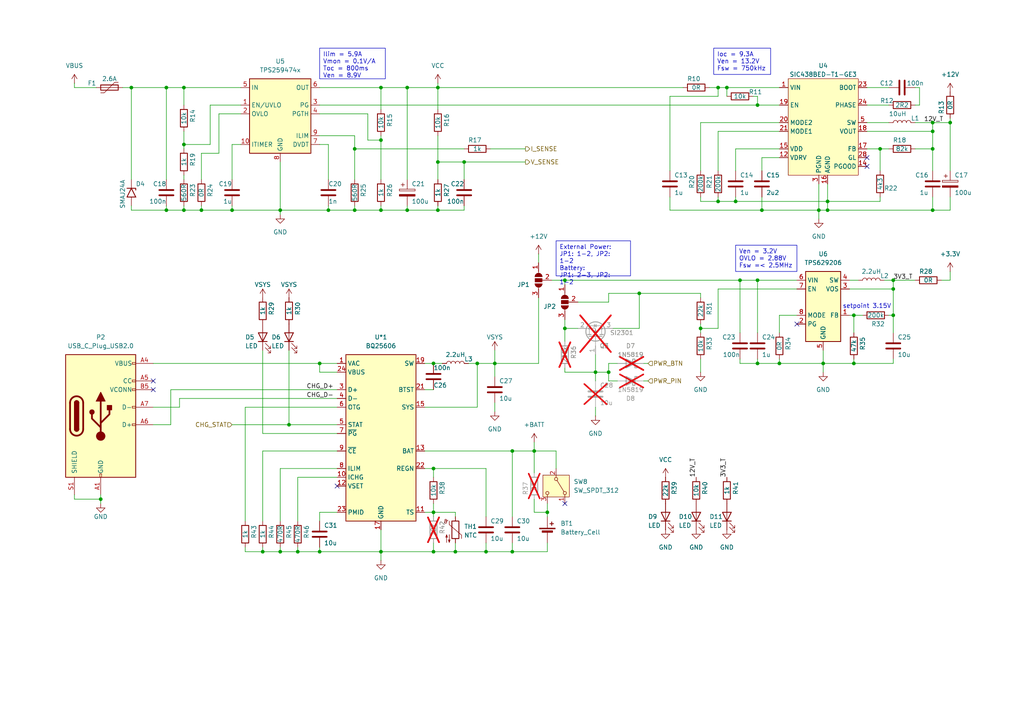
<source format=kicad_sch>
(kicad_sch (version 20231120) (generator "eeschema") (generator_version "8.0")
  (paper "A4")
  (title_block (title "Power Supply") (date "2024-12-28") (rev "00") (company "Ravenspark") (comment 1 "Prototype"))
  (junction (at 92.71 160.02))
  (junction (at 48.26 25.4))
  (junction (at 53.34 60.96))
  (junction (at 58.42 60.96))
  (junction (at 110.49 60.96))
  (junction (at 53.34 41.91))
  (junction (at 158.75 148.59))
  (junction (at 81.28 160.02))
  (junction (at 270.51 35.56))
  (junction (at 81.28 60.96))
  (junction (at 29.21 144.78))
  (junction (at 172.72 107.95))
  (junction (at 138.43 105.41))
  (junction (at 134.62 46.99))
  (junction (at 208.28 58.42))
  (junction (at 259.08 91.44))
  (junction (at 140.97 160.02))
  (junction (at 237.49 60.96))
  (junction (at 219.71 81.28))
  (junction (at 208.28 25.4))
  (junction (at 214.63 81.28))
  (junction (at 270.51 38.1))
  (junction (at 275.59 35.56))
  (junction (at 125.73 160.02))
  (junction (at 127 60.96))
  (junction (at 48.26 60.96))
  (junction (at 76.2 160.02))
  (junction (at 226.06 105.41))
  (junction (at 118.11 25.4))
  (junction (at 154.94 130.81))
  (junction (at 127 25.4))
  (junction (at 213.36 58.42))
  (junction (at 259.08 81.28))
  (junction (at 92.71 105.41))
  (junction (at 118.11 60.96))
  (junction (at 125.73 148.59))
  (junction (at 185.42 85.09))
  (junction (at 247.65 105.41))
  (junction (at 220.98 60.96))
  (junction (at 270.51 60.96))
  (junction (at 270.51 43.18))
  (junction (at 132.08 160.02))
  (junction (at 53.34 25.4))
  (junction (at 110.49 25.4))
  (junction (at 125.73 135.89))
  (junction (at 102.87 43.18))
  (junction (at 86.36 160.02))
  (junction (at 163.83 95.25))
  (junction (at 110.49 40.64))
  (junction (at 259.08 83.82))
  (junction (at 95.25 60.96))
  (junction (at 125.73 105.41))
  (junction (at 247.65 91.44))
  (junction (at 83.82 123.19))
  (junction (at 240.03 60.96))
  (junction (at 38.1 25.4))
  (junction (at 219.71 30.48))
  (junction (at 148.59 130.81))
  (junction (at 210.82 25.4))
  (junction (at 203.2 95.25))
  (junction (at 110.49 160.02))
  (junction (at 176.53 107.95))
  (junction (at 238.76 105.41))
  (junction (at 255.27 43.18))
  (junction (at 127 46.99))
  (junction (at 163.83 81.28))
  (junction (at 67.31 60.96))
  (junction (at 102.87 60.96))
  (junction (at 148.59 160.02))
  (junction (at 143.51 105.41))
  (junction (at 240.03 58.42))
  (junction (at 219.71 105.41))
  (no_connect (at 97.79 140.97))
  (no_connect (at 163.83 146.05))
  (no_connect (at 251.46 45.72))
  (no_connect (at 231.14 93.98))
  (no_connect (at 44.45 110.49))
  (no_connect (at 44.45 113.03))
  (no_connect (at 251.46 48.26))
  (wire (pts (xy 132.08 157.48) (xy 132.08 160.02)))
  (wire (pts (xy 118.11 52.07) (xy 118.11 25.4)))
  (wire (pts (xy 110.49 39.37) (xy 110.49 40.64)))
  (wire (pts (xy 214.63 104.14) (xy 214.63 105.41)))
  (wire (pts (xy 240.03 58.42) (xy 255.27 58.42)))
  (wire (pts (xy 92.71 148.59) (xy 92.71 151.13)))
  (wire (pts (xy 125.73 135.89) (xy 140.97 135.89)))
  (wire (pts (xy 95.25 52.07) (xy 95.25 41.91)))
  (wire (pts (xy 69.85 30.48) (xy 60.96 30.48)))
  (wire (pts (xy 186.69 110.49) (xy 187.96 110.49)))
  (wire (pts (xy 163.83 107.95) (xy 172.72 107.95)))
  (wire (pts (xy 125.73 148.59) (xy 125.73 149.86)))
  (wire (pts (xy 172.72 102.87) (xy 172.72 107.95)))
  (wire (pts (xy 220.98 57.15) (xy 220.98 60.96)))
  (wire (pts (xy 265.43 30.48) (xy 266.7 30.48)))
  (wire (pts (xy 275.59 57.15) (xy 275.59 60.96)))
  (wire (pts (xy 161.29 135.89) (xy 161.29 130.81)))
  (wire (pts (xy 179.07 110.49) (xy 176.53 110.49)))
  (wire (pts (xy 179.07 105.41) (xy 176.53 105.41)))
  (wire (pts (xy 251.46 30.48) (xy 257.81 30.48)))
  (wire (pts (xy 194.31 57.15) (xy 194.31 60.96)))
  (wire (pts (xy 76.2 125.73) (xy 76.2 101.6)))
  (wire (pts (xy 154.94 130.81) (xy 161.29 130.81)))
  (wire (pts (xy 132.08 149.86) (xy 132.08 148.59)))
  (wire (pts (xy 194.31 27.94) (xy 194.31 49.53)))
  (wire (pts (xy 259.08 81.28) (xy 265.43 81.28)))
  (wire (pts (xy 158.75 149.86) (xy 158.75 148.59)))
  (wire (pts (xy 106.68 33.02) (xy 106.68 40.64)))
  (wire (pts (xy 110.49 60.96) (xy 102.87 60.96)))
  (wire (pts (xy 127 39.37) (xy 127 46.99)))
  (wire (pts (xy 219.71 27.94) (xy 218.44 27.94)))
  (wire (pts (xy 142.24 43.18) (xy 152.4 43.18)))
  (wire (pts (xy 123.19 130.81) (xy 148.59 130.81)))
  (wire (pts (xy 247.65 91.44) (xy 250.19 91.44)))
  (wire (pts (xy 210.82 27.94) (xy 210.82 25.4)))
  (wire (pts (xy 118.11 60.96) (xy 127 60.96)))
  (wire (pts (xy 259.08 83.82) (xy 259.08 91.44)))
  (wire (pts (xy 163.83 81.28) (xy 214.63 81.28)))
  (wire (pts (xy 83.82 101.6) (xy 83.82 123.19)))
  (wire (pts (xy 81.28 158.75) (xy 81.28 160.02)))
  (wire (pts (xy 49.53 113.03) (xy 49.53 123.19)))
  (wire (pts (xy 219.71 104.14) (xy 219.71 105.41)))
  (wire (pts (xy 194.31 60.96) (xy 220.98 60.96)))
  (wire (pts (xy 259.08 81.28) (xy 256.54 81.28)))
  (wire (pts (xy 220.98 45.72) (xy 220.98 49.53)))
  (wire (pts (xy 237.49 60.96) (xy 237.49 63.5)))
  (wire (pts (xy 38.1 25.4) (xy 48.26 25.4)))
  (wire (pts (xy 76.2 130.81) (xy 97.79 130.81)))
  (wire (pts (xy 273.05 81.28) (xy 275.59 81.28)))
  (wire (pts (xy 92.71 107.95) (xy 92.71 105.41)))
  (wire (pts (xy 154.94 144.78) (xy 154.94 148.59)))
  (wire (pts (xy 81.28 60.96) (xy 81.28 62.23)))
  (wire (pts (xy 118.11 59.69) (xy 118.11 60.96)))
  (wire (pts (xy 63.5 33.02) (xy 63.5 44.45)))
  (wire (pts (xy 176.53 110.49) (xy 176.53 107.95)))
  (wire (pts (xy 231.14 81.28) (xy 219.71 81.28)))
  (wire (pts (xy 110.49 160.02) (xy 110.49 162.56)))
  (wire (pts (xy 140.97 160.02) (xy 148.59 160.02)))
  (wire (pts (xy 259.08 104.14) (xy 259.08 105.41)))
  (wire (pts (xy 67.31 41.91) (xy 67.31 52.07)))
  (wire (pts (xy 123.19 105.41) (xy 125.73 105.41)))
  (wire (pts (xy 255.27 57.15) (xy 255.27 58.42)))
  (wire (pts (xy 118.11 25.4) (xy 127 25.4)))
  (wire (pts (xy 226.06 43.18) (xy 213.36 43.18)))
  (wire (pts (xy 97.79 113.03) (xy 49.53 113.03)))
  (wire (pts (xy 208.28 38.1) (xy 226.06 38.1)))
  (wire (pts (xy 81.28 135.89) (xy 81.28 151.13)))
  (wire (pts (xy 226.06 96.52) (xy 226.06 91.44)))
  (wire (pts (xy 92.71 30.48) (xy 219.71 30.48)))
  (wire (pts (xy 219.71 105.41) (xy 226.06 105.41)))
  (wire (pts (xy 110.49 160.02) (xy 125.73 160.02)))
  (wire (pts (xy 247.65 91.44) (xy 247.65 96.52)))
  (wire (pts (xy 29.21 144.78) (xy 29.21 146.05)))
  (wire (pts (xy 44.45 105.41) (xy 92.71 105.41)))
  (wire (pts (xy 203.2 35.56) (xy 203.2 49.53)))
  (wire (pts (xy 163.83 81.28) (xy 163.83 82.55)))
  (wire (pts (xy 143.51 116.84) (xy 143.51 119.38)))
  (wire (pts (xy 219.71 30.48) (xy 226.06 30.48)))
  (wire (pts (xy 21.59 144.78) (xy 29.21 144.78)))
  (wire (pts (xy 127 24.13) (xy 127 25.4)))
  (wire (pts (xy 123.19 118.11) (xy 138.43 118.11)))
  (wire (pts (xy 140.97 135.89) (xy 140.97 149.86)))
  (wire (pts (xy 163.83 106.68) (xy 163.83 107.95)))
  (wire (pts (xy 95.25 41.91) (xy 92.71 41.91)))
  (wire (pts (xy 270.51 35.56) (xy 265.43 35.56)))
  (wire (pts (xy 125.73 146.05) (xy 125.73 148.59)))
  (wire (pts (xy 125.73 135.89) (xy 125.73 138.43)))
  (wire (pts (xy 203.2 95.25) (xy 208.28 95.25)))
  (wire (pts (xy 71.12 158.75) (xy 71.12 160.02)))
  (wire (pts (xy 251.46 38.1) (xy 270.51 38.1)))
  (wire (pts (xy 86.36 160.02) (xy 92.71 160.02)))
  (wire (pts (xy 167.64 87.63) (xy 176.53 87.63)))
  (wire (pts (xy 76.2 151.13) (xy 76.2 130.81)))
  (wire (pts (xy 69.85 41.91) (xy 67.31 41.91)))
  (wire (pts (xy 138.43 105.41) (xy 135.89 105.41)))
  (wire (pts (xy 60.96 30.48) (xy 60.96 41.91)))
  (wire (pts (xy 38.1 59.69) (xy 38.1 60.96)))
  (wire (pts (xy 140.97 157.48) (xy 140.97 160.02)))
  (wire (pts (xy 127 46.99) (xy 134.62 46.99)))
  (wire (pts (xy 210.82 25.4) (xy 226.06 25.4)))
  (wire (pts (xy 102.87 39.37) (xy 102.87 43.18)))
  (wire (pts (xy 185.42 85.09) (xy 203.2 85.09)))
  (wire (pts (xy 194.31 27.94) (xy 208.28 27.94)))
  (wire (pts (xy 208.28 49.53) (xy 208.28 38.1)))
  (wire (pts (xy 213.36 57.15) (xy 213.36 58.42)))
  (wire (pts (xy 208.28 58.42) (xy 213.36 58.42)))
  (wire (pts (xy 53.34 59.69) (xy 53.34 60.96)))
  (wire (pts (xy 67.31 60.96) (xy 81.28 60.96)))
  (wire (pts (xy 52.07 118.11) (xy 52.07 115.57)))
  (wire (pts (xy 238.76 101.6) (xy 238.76 105.41)))
  (wire (pts (xy 265.43 43.18) (xy 270.51 43.18)))
  (wire (pts (xy 44.45 118.11) (xy 52.07 118.11)))
  (wire (pts (xy 83.82 123.19) (xy 97.79 123.19)))
  (wire (pts (xy 110.49 25.4) (xy 110.49 31.75)))
  (wire (pts (xy 270.51 43.18) (xy 270.51 38.1)))
  (wire (pts (xy 156.21 73.66) (xy 156.21 76.2)))
  (wire (pts (xy 154.94 148.59) (xy 158.75 148.59)))
  (wire (pts (xy 208.28 25.4) (xy 210.82 25.4)))
  (wire (pts (xy 203.2 93.98) (xy 203.2 95.25)))
  (wire (pts (xy 127 25.4) (xy 127 31.75)))
  (wire (pts (xy 176.53 85.09) (xy 185.42 85.09)))
  (wire (pts (xy 92.71 160.02) (xy 92.71 158.75)))
  (wire (pts (xy 203.2 107.95) (xy 203.2 104.14)))
  (wire (pts (xy 102.87 43.18) (xy 134.62 43.18)))
  (wire (pts (xy 226.06 105.41) (xy 238.76 105.41)))
  (wire (pts (xy 186.69 105.41) (xy 187.96 105.41)))
  (wire (pts (xy 177.8 95.25) (xy 185.42 95.25)))
  (wire (pts (xy 237.49 53.34) (xy 237.49 60.96)))
  (wire (pts (xy 48.26 59.69) (xy 48.26 60.96)))
  (wire (pts (xy 63.5 44.45) (xy 58.42 44.45)))
  (wire (pts (xy 53.34 41.91) (xy 53.34 38.1)))
  (wire (pts (xy 81.28 160.02) (xy 86.36 160.02)))
  (wire (pts (xy 213.36 58.42) (xy 240.03 58.42)))
  (wire (pts (xy 110.49 153.67) (xy 110.49 160.02)))
  (wire (pts (xy 226.06 35.56) (xy 203.2 35.56)))
  (wire (pts (xy 160.02 81.28) (xy 163.83 81.28)))
  (wire (pts (xy 213.36 43.18) (xy 213.36 49.53)))
  (wire (pts (xy 240.03 58.42) (xy 240.03 60.96)))
  (wire (pts (xy 118.11 25.4) (xy 110.49 25.4)))
  (wire (pts (xy 125.73 105.41) (xy 128.27 105.41)))
  (wire (pts (xy 163.83 95.25) (xy 163.83 99.06)))
  (wire (pts (xy 214.63 81.28) (xy 219.71 81.28)))
  (wire (pts (xy 123.19 113.03) (xy 125.73 113.03)))
  (wire (pts (xy 214.63 105.41) (xy 219.71 105.41)))
  (wire (pts (xy 226.06 45.72) (xy 220.98 45.72)))
  (wire (pts (xy 265.43 25.4) (xy 266.7 25.4)))
  (wire (pts (xy 148.59 130.81) (xy 154.94 130.81)))
  (wire (pts (xy 102.87 60.96) (xy 102.87 59.69)))
  (wire (pts (xy 71.12 151.13) (xy 71.12 118.11)))
  (wire (pts (xy 125.73 148.59) (xy 132.08 148.59)))
  (wire (pts (xy 53.34 43.18) (xy 53.34 41.91)))
  (wire (pts (xy 203.2 85.09) (xy 203.2 86.36)))
  (wire (pts (xy 48.26 25.4) (xy 48.26 52.07)))
  (wire (pts (xy 219.71 81.28) (xy 219.71 96.52)))
  (wire (pts (xy 163.83 95.25) (xy 167.64 95.25)))
  (wire (pts (xy 238.76 105.41) (xy 247.65 105.41)))
  (wire (pts (xy 255.27 43.18) (xy 257.81 43.18)))
  (wire (pts (xy 52.07 115.57) (xy 97.79 115.57)))
  (wire (pts (xy 134.62 59.69) (xy 134.62 60.96)))
  (wire (pts (xy 127 46.99) (xy 127 52.07)))
  (wire (pts (xy 148.59 157.48) (xy 148.59 160.02)))
  (wire (pts (xy 125.73 157.48) (xy 125.73 160.02)))
  (wire (pts (xy 270.51 35.56) (xy 275.59 35.56)))
  (wire (pts (xy 251.46 35.56) (xy 257.81 35.56)))
  (wire (pts (xy 35.56 25.4) (xy 38.1 25.4)))
  (wire (pts (xy 251.46 25.4) (xy 257.81 25.4)))
  (wire (pts (xy 270.51 49.53) (xy 270.51 43.18)))
  (wire (pts (xy 208.28 83.82) (xy 208.28 95.25)))
  (wire (pts (xy 132.08 160.02) (xy 140.97 160.02)))
  (wire (pts (xy 208.28 57.15) (xy 208.28 58.42)))
  (wire (pts (xy 58.42 59.69) (xy 58.42 60.96)))
  (wire (pts (xy 67.31 123.19) (xy 83.82 123.19)))
  (wire (pts (xy 69.85 33.02) (xy 63.5 33.02)))
  (wire (pts (xy 247.65 104.14) (xy 247.65 105.41)))
  (wire (pts (xy 156.21 86.36) (xy 156.21 105.41)))
  (wire (pts (xy 71.12 118.11) (xy 97.79 118.11)))
  (wire (pts (xy 259.08 81.28) (xy 259.08 83.82)))
  (wire (pts (xy 275.59 49.53) (xy 275.59 35.56)))
  (wire (pts (xy 29.21 143.51) (xy 29.21 144.78)))
  (wire (pts (xy 154.94 130.81) (xy 154.94 137.16)))
  (wire (pts (xy 92.71 105.41) (xy 97.79 105.41)))
  (wire (pts (xy 127 25.4) (xy 198.12 25.4)))
  (wire (pts (xy 92.71 33.02) (xy 106.68 33.02)))
  (wire (pts (xy 48.26 25.4) (xy 53.34 25.4)))
  (wire (pts (xy 246.38 83.82) (xy 259.08 83.82)))
  (wire (pts (xy 176.53 87.63) (xy 176.53 85.09)))
  (wire (pts (xy 203.2 95.25) (xy 203.2 96.52)))
  (wire (pts (xy 275.59 81.28) (xy 275.59 78.74)))
  (wire (pts (xy 134.62 60.96) (xy 127 60.96)))
  (wire (pts (xy 95.25 59.69) (xy 95.25 60.96)))
  (wire (pts (xy 38.1 60.96) (xy 48.26 60.96)))
  (wire (pts (xy 246.38 91.44) (xy 247.65 91.44)))
  (wire (pts (xy 110.49 25.4) (xy 92.71 25.4)))
  (wire (pts (xy 208.28 27.94) (xy 208.28 25.4)))
  (wire (pts (xy 97.79 125.73) (xy 76.2 125.73)))
  (wire (pts (xy 143.51 105.41) (xy 138.43 105.41)))
  (wire (pts (xy 102.87 43.18) (xy 102.87 52.07)))
  (wire (pts (xy 95.25 60.96) (xy 102.87 60.96)))
  (wire (pts (xy 53.34 25.4) (xy 69.85 25.4)))
  (wire (pts (xy 134.62 46.99) (xy 152.4 46.99)))
  (wire (pts (xy 110.49 59.69) (xy 110.49 60.96)))
  (wire (pts (xy 38.1 25.4) (xy 38.1 52.07)))
  (wire (pts (xy 138.43 118.11) (xy 138.43 105.41)))
  (wire (pts (xy 21.59 25.4) (xy 27.94 25.4)))
  (wire (pts (xy 172.72 107.95) (xy 172.72 110.49)))
  (wire (pts (xy 123.19 135.89) (xy 125.73 135.89)))
  (wire (pts (xy 176.53 107.95) (xy 172.72 107.95)))
  (wire (pts (xy 203.2 57.15) (xy 203.2 58.42)))
  (wire (pts (xy 21.59 24.13) (xy 21.59 25.4)))
  (wire (pts (xy 81.28 46.99) (xy 81.28 60.96)))
  (wire (pts (xy 106.68 40.64) (xy 110.49 40.64)))
  (wire (pts (xy 255.27 43.18) (xy 255.27 49.53)))
  (wire (pts (xy 21.59 143.51) (xy 21.59 144.78)))
  (wire (pts (xy 71.12 160.02) (xy 76.2 160.02)))
  (wire (pts (xy 123.19 148.59) (xy 125.73 148.59)))
  (wire (pts (xy 158.75 148.59) (xy 158.75 146.05)))
  (wire (pts (xy 246.38 81.28) (xy 248.92 81.28)))
  (wire (pts (xy 143.51 105.41) (xy 156.21 105.41)))
  (wire (pts (xy 58.42 60.96) (xy 67.31 60.96)))
  (wire (pts (xy 220.98 60.96) (xy 237.49 60.96)))
  (wire (pts (xy 266.7 30.48) (xy 266.7 25.4)))
  (wire (pts (xy 257.81 91.44) (xy 259.08 91.44)))
  (wire (pts (xy 259.08 91.44) (xy 259.08 96.52)))
  (wire (pts (xy 270.51 60.96) (xy 240.03 60.96)))
  (wire (pts (xy 270.51 38.1) (xy 270.51 35.56)))
  (wire (pts (xy 110.49 160.02) (xy 92.71 160.02)))
  (wire (pts (xy 270.51 57.15) (xy 270.51 60.96)))
  (wire (pts (xy 148.59 149.86) (xy 148.59 130.81)))
  (wire (pts (xy 203.2 58.42) (xy 208.28 58.42)))
  (wire (pts (xy 110.49 40.64) (xy 110.49 52.07)))
  (wire (pts (xy 275.59 34.29) (xy 275.59 35.56)))
  (wire (pts (xy 118.11 60.96) (xy 110.49 60.96)))
  (wire (pts (xy 97.79 148.59) (xy 92.71 148.59)))
  (wire (pts (xy 97.79 135.89) (xy 81.28 135.89)))
  (wire (pts (xy 158.75 157.48) (xy 158.75 160.02)))
  (wire (pts (xy 219.71 30.48) (xy 219.71 27.94)))
  (wire (pts (xy 86.36 151.13) (xy 86.36 138.43)))
  (wire (pts (xy 92.71 39.37) (xy 102.87 39.37)))
  (wire (pts (xy 67.31 59.69) (xy 67.31 60.96)))
  (wire (pts (xy 185.42 85.09) (xy 185.42 95.25)))
  (wire (pts (xy 134.62 46.99) (xy 134.62 52.07)))
  (wire (pts (xy 143.51 101.6) (xy 143.51 105.41)))
  (wire (pts (xy 214.63 81.28) (xy 214.63 96.52)))
  (wire (pts (xy 143.51 109.22) (xy 143.51 105.41)))
  (wire (pts (xy 53.34 25.4) (xy 53.34 30.48)))
  (wire (pts (xy 205.74 25.4) (xy 208.28 25.4)))
  (wire (pts (xy 125.73 160.02) (xy 132.08 160.02)))
  (wire (pts (xy 208.28 83.82) (xy 231.14 83.82)))
  (wire (pts (xy 240.03 60.96) (xy 237.49 60.96)))
  (wire (pts (xy 76.2 158.75) (xy 76.2 160.02)))
  (wire (pts (xy 226.06 91.44) (xy 231.14 91.44)))
  (wire (pts (xy 247.65 105.41) (xy 259.08 105.41)))
  (wire (pts (xy 251.46 43.18) (xy 255.27 43.18)))
  (wire (pts (xy 86.36 158.75) (xy 86.36 160.02)))
  (wire (pts (xy 97.79 107.95) (xy 92.71 107.95)))
  (wire (pts (xy 53.34 41.91) (xy 60.96 41.91)))
  (wire (pts (xy 270.51 60.96) (xy 275.59 60.96)))
  (wire (pts (xy 86.36 138.43) (xy 97.79 138.43)))
  (wire (pts (xy 176.53 105.41) (xy 176.53 107.95)))
  (wire (pts (xy 53.34 52.07) (xy 53.34 50.8)))
  (wire (pts (xy 58.42 44.45) (xy 58.42 52.07)))
  (wire (pts (xy 240.03 53.34) (xy 240.03 58.42)))
  (wire (pts (xy 53.34 60.96) (xy 58.42 60.96)))
  (wire (pts (xy 158.75 160.02) (xy 148.59 160.02)))
  (wire (pts (xy 76.2 160.02) (xy 81.28 160.02)))
  (wire (pts (xy 48.26 60.96) (xy 53.34 60.96)))
  (wire (pts (xy 49.53 123.19) (xy 44.45 123.19)))
  (wire (pts (xy 163.83 92.71) (xy 163.83 95.25)))
  (wire (pts (xy 226.06 104.14) (xy 226.06 105.41)))
  (wire (pts (xy 238.76 105.41) (xy 238.76 107.95)))
  (wire (pts (xy 154.94 128.27) (xy 154.94 130.81)))
  (wire (pts (xy 127 59.69) (xy 127 60.96)))
  (wire (pts (xy 172.72 118.11) (xy 172.72 120.65)))
  (wire (pts (xy 81.28 60.96) (xy 95.25 60.96)))
  (text_box "Ilim = 5.9A\nVmon = 0.1V/A\nToc = 800ms\nVen = 8.9V" (at 92.71 13.97 0) (size 19.05 8.89) (effects (font (size 1.27 1.27)) (justify left top)))
  (text_box "Ven = 3.2V\nOVLO = 2.88V\nFsw =< 2.5MHz" (at 213.36 71.12 0) (size 17.78 7.62) (effects (font (size 1.27 1.27)) (justify left top)))
  (text_box "External Power:\nJP1: 1-2, JP2: 1-2\nBattery:\nJP1: 2-3, JP2: 1-2" (at 161.29 69.85 0) (size 21.59 10.16) (effects (font (size 1.27 1.27)) (justify left top)))
  (text_box "Ioc = 9.3A\nVen = 13.2V\nFsw = 750kHz" (at 207.01 13.97 0) (size 16.51 7.62) (effects (font (size 1.27 1.27)) (justify left top)))
  (text "setpoint 3.15V" (at 251.46 88.9 0) (effects (font (size 1.27 1.27))))
  (label "12V_T" (at 201.93 138.43 90))
  (label "3V3_T" (at 259.08 81.28 0))
  (label "3V3_T" (at 210.82 138.43 90))
  (label "CHG_D+" (at 88.9 113.03 0))
  (label "CHG_D-" (at 88.9 115.57 0))
  (label "12V_T" (at 267.97 35.56 0))
  (hierarchical_label "PWR_BTN" (shape input) (at 187.96 105.41 0))
  (hierarchical_label "CHG_STAT" (shape input) (at 67.31 123.19 180))
  (hierarchical_label "PWR_PIN" (shape input) (at 187.96 110.49 0))
  (hierarchical_label "I_SENSE" (shape output) (at 152.4 43.18 0))
  (hierarchical_label "V_SENSE" (shape output) (at 152.4 46.99 0))
  (symbol (lib_id "power:GND") (at 29.21 146.05 0) (mirror y) (unit 1)
    (property "Reference" "#PWR050" (effects (hide yes)))
    (property "Value" "GND" (at 29.21 149.86 0))
    (property "Description" "Power symbol creates a global label with name \"GND\" , ground" (effects (hide yes)))
  )
  (symbol (lib_id "Device:R") (at 58.42 55.88 0) (unit 1)
    (property "Reference" "R24" (at 60.96 57.15 90) (effects (justify left)))
    (property "Value" "0R" (at 58.42 55.88 90))
    (property "Footprint" "Resistor_SMD:R_0402_1005Metric" (effects (hide yes)))
    (property "Description" "Resistor" (effects (hide yes)))
  )
  (symbol (lib_id "Ravenspark:TPS629206") (at 238.76 88.9 0) (unit 1)
    (property "Reference" "U6" (at 238.76 73.66 0))
    (property "Value" "TPS629206" (at 238.76 76.2 0))
    (property "Footprint" "Package_TO_SOT_SMD:SOT-583-8" (effects (hide yes)))
    (property "Datasheet" "https://www.ti.com/de/lit/gpn/tps629206" (effects (hide yes)))
    (property "Description" "3-V to 17-V, 0.6A, Low IQ Buck Converter with DCS-Control, SOT583-8" (effects (hide yes)))
  )
  (symbol (lib_id "Jumper:SolderJumper_3_Open") (at 163.83 87.63 90) (mirror x) (unit 1) (exclude_from_sim yes) (in_bom no)
    (property "Reference" "JP2" (at 161.29 88.9001 90) (effects (justify left)))
    (property "Value" "SolderJumper_3_Open" (effects (hide yes)))
    (property "Footprint" "Jumper:SolderJumper-3_P1.3mm_Open_RoundedPad1.0x1.5mm_NumberLabels" (effects (hide yes)))
    (property "Description" "Solder Jumper, 3-pole, open" (effects (hide yes)))
  )
  (symbol (lib_id "Device:C") (at 220.98 53.34 0) (unit 1)
    (property "Reference" "C15" (at 222.25 50.8 0) (effects (justify left)))
    (property "Value" "2u2" (at 222.25 55.88 0) (effects (justify left)))
    (property "Footprint" "Capacitor_SMD:C_0603_1608Metric" (effects (hide yes)))
    (property "Description" "Unpolarized capacitor" (effects (hide yes)))
  )
  (symbol (lib_id "Device:C") (at 261.62 25.4 90) (unit 1)
    (property "Reference" "C12" (at 259.08 24.13 90) (effects (justify left)))
    (property "Value" "100n" (at 267.97 24.13 90) (effects (justify left)))
    (property "Footprint" "Capacitor_SMD:C_0402_1005Metric" (effects (hide yes)))
    (property "Description" "Unpolarized capacitor" (effects (hide yes)))
  )
  (symbol (lib_id "Device:R") (at 102.87 55.88 0) (unit 1)
    (property "Reference" "R25" (at 105.41 57.15 90) (effects (justify left)))
    (property "Value" "560R" (at 102.87 55.88 90))
    (property "Footprint" "Resistor_SMD:R_0402_1005Metric" (effects (hide yes)))
    (property "Description" "Resistor" (effects (hide yes)))
  )
  (symbol (lib_id "Device:C") (at 143.51 113.03 0) (unit 1)
    (property "Reference" "C27" (at 144.78 110.49 0) (effects (justify left)))
    (property "Value" "10u" (at 144.78 115.57 0) (effects (justify left)))
    (property "Footprint" "Capacitor_SMD:C_0603_1608Metric" (effects (hide yes)))
    (property "Description" "Unpolarized capacitor" (effects (hide yes)))
  )
  (symbol (lib_id "Device:R") (at 53.34 55.88 0) (unit 1)
    (property "Reference" "R23" (at 55.88 57.15 90) (effects (justify left)))
    (property "Value" "560R" (at 53.34 55.88 90))
    (property "Footprint" "Resistor_SMD:R_0402_1005Metric" (effects (hide yes)))
    (property "Description" "Resistor" (effects (hide yes)))
  )
  (symbol (lib_id "power:+3.3V") (at 275.59 78.74 0) (unit 1)
    (property "Reference" "#PWR040" (effects (hide yes)))
    (property "Value" "+3.3V" (at 275.59 73.66 0))
    (property "Description" "Power symbol creates a global label with name \"+3.3V\"" (effects (hide yes)))
  )
  (symbol (lib_id "Device:LED") (at 83.82 97.79 90) (unit 1)
    (property "Reference" "D6" (at 78.74 97.79 90) (effects (justify right)))
    (property "Value" "LED" (at 78.74 100.33 90) (effects (justify right)))
    (property "Footprint" "LED_SMD:LED_0603_1608Metric" (effects (hide yes)))
    (property "Description" "Light emitting diode" (effects (hide yes)))
  )
  (symbol (lib_id "Device:L") (at 252.73 81.28 90) (unit 1)
    (property "Reference" "L2" (at 256.54 80.01 90))
    (property "Value" "2.2uH" (at 252.73 78.74 90))
    (property "Footprint" "Inductor_SMD:L_1008_2520Metric" (effects (hide yes)))
    (property "Description" "Inductor" (effects (hide yes)))
  )
  (symbol (lib_id "Device:R") (at 125.73 142.24 0) (unit 1)
    (property "Reference" "R38" (at 128.27 143.51 90) (effects (justify left)))
    (property "Value" "10k" (at 125.73 142.24 90))
    (property "Footprint" "Resistor_SMD:R_0402_1005Metric" (effects (hide yes)))
    (property "Description" "Resistor" (effects (hide yes)))
  )
  (symbol (lib_id "Device:C") (at 140.97 153.67 0) (unit 1)
    (property "Reference" "C29" (at 142.24 151.13 0) (effects (justify left)))
    (property "Value" "10u" (at 142.24 156.21 0) (effects (justify left)))
    (property "Footprint" "Capacitor_SMD:C_0603_1608Metric" (effects (hide yes)))
    (property "Description" "Unpolarized capacitor" (effects (hide yes)))
  )
  (symbol (lib_id "Device:Thermistor_NTC") (at 132.08 153.67 0) (unit 1)
    (property "Reference" "TH1" (at 134.62 152.7174 0) (effects (justify left)))
    (property "Value" "NTC" (at 134.62 155.2574 0) (effects (justify left)))
    (property "Footprint" "Resistor_SMD:R_0402_1005Metric" (effects (hide yes)))
    (property "Description" "Temperature dependent resistor, negative temperature coefficient" (effects (hide yes)))
  )
  (symbol (lib_id "Device:R") (at 269.24 81.28 90) (unit 1)
    (property "Reference" "R28" (at 270.51 78.74 90) (effects (justify left)))
    (property "Value" "0R" (at 269.24 81.28 90))
    (property "Footprint" "Resistor_SMD:R_0805_2012Metric" (effects (hide yes)))
    (property "Description" "Resistor" (effects (hide yes)))
  )
  (symbol (lib_id "Device:C") (at 194.31 53.34 0) (unit 1)
    (property "Reference" "C13" (at 195.58 50.8 0) (effects (justify left)))
    (property "Value" "1u" (at 195.58 55.88 0) (effects (justify left)))
    (property "Footprint" "Capacitor_SMD:C_0805_2012Metric" (effects (hide yes)))
    (property "Description" "Unpolarized capacitor" (effects (hide yes)))
  )
  (symbol (lib_id "Device:R") (at 154.94 140.97 180) (unit 1) (dnp yes)
    (property "Reference" "R37" (at 152.4 139.7 90) (effects (justify left)))
    (property "Value" "0R" (at 154.94 140.97 90))
    (property "Footprint" "Resistor_SMD:R_0805_2012Metric" (effects (hide yes)))
    (property "Description" "Resistor" (effects (hide yes)))
  )
  (symbol (lib_id "Device:R") (at 214.63 27.94 270) (unit 1)
    (property "Reference" "R11" (at 217.17 26.67 90) (effects (justify left)))
    (property "Value" "10k" (at 214.63 27.94 90))
    (property "Footprint" "Resistor_SMD:R_0402_1005Metric" (effects (hide yes)))
    (property "Description" "Resistor" (effects (hide yes)))
  )
  (symbol (lib_id "Device:R") (at 255.27 53.34 180) (unit 1)
    (property "Reference" "R22" (at 260.35 54.61 0) (effects (justify left)))
    (property "Value" "4k3" (at 255.27 53.34 90))
    (property "Footprint" "Resistor_SMD:R_0603_1608Metric" (effects (hide yes)))
    (property "Description" "Resistor" (effects (hide yes)))
  )
  (symbol (lib_id "Device:C") (at 148.59 153.67 0) (unit 1)
    (property "Reference" "C30" (at 149.86 151.13 0) (effects (justify left)))
    (property "Value" "10u" (at 149.86 156.21 0) (effects (justify left)))
    (property "Footprint" "Capacitor_SMD:C_0603_1608Metric" (effects (hide yes)))
    (property "Description" "Unpolarized capacitor" (effects (hide yes)))
  )
  (symbol (lib_id "power:+12V") (at 156.21 73.66 0) (unit 1)
    (property "Reference" "#PWR039" (effects (hide yes)))
    (property "Value" "+12V" (at 156.21 68.58 0))
    (property "Description" "Power symbol creates a global label with name \"+12V\"" (effects (hide yes)))
  )
  (symbol (lib_id "Device:R") (at 208.28 53.34 180) (unit 1)
    (property "Reference" "R21" (at 205.74 50.8 90) (effects (justify left)))
    (property "Value" "200k" (at 208.28 53.34 90))
    (property "Footprint" "Resistor_SMD:R_0402_1005Metric" (effects (hide yes)))
    (property "Description" "Resistor" (effects (hide yes)))
  )
  (symbol (lib_id "power:GND") (at 210.82 153.67 0) (unit 1)
    (property "Reference" "#PWR053" (effects (hide yes)))
    (property "Value" "GND" (at 210.82 158.75 0))
    (property "Description" "Power symbol creates a global label with name \"GND\" , ground" (effects (hide yes)))
  )
  (symbol (lib_id "Device:R") (at 110.49 55.88 0) (unit 1)
    (property "Reference" "R26" (at 113.03 57.15 90) (effects (justify left)))
    (property "Value" "1k" (at 110.49 55.88 90))
    (property "Footprint" "Resistor_SMD:R_0402_1005Metric" (effects (hide yes)))
    (property "Description" "Resistor" (effects (hide yes)))
  )
  (symbol (lib_id "Device:C") (at 270.51 53.34 0) (unit 1)
    (property "Reference" "C16" (at 265.43 50.8 0) (effects (justify left)))
    (property "Value" "1u" (at 266.7 55.88 0) (effects (justify left)))
    (property "Footprint" "Capacitor_SMD:C_0805_2012Metric" (effects (hide yes)))
    (property "Description" "Unpolarized capacitor" (effects (hide yes)))
  )
  (symbol (lib_id "power:GND") (at 193.04 153.67 0) (unit 1)
    (property "Reference" "#PWR051" (effects (hide yes)))
    (property "Value" "GND" (at 193.04 158.75 0))
    (property "Description" "Power symbol creates a global label with name \"GND\" , ground" (effects (hide yes)))
  )
  (symbol (lib_id "Device:C") (at 92.71 154.94 0) (unit 1)
    (property "Reference" "C31" (at 93.98 152.4 0) (effects (justify left)))
    (property "Value" "10u" (at 93.98 157.48 0) (effects (justify left)))
    (property "Footprint" "Capacitor_SMD:C_0603_1608Metric" (effects (hide yes)))
    (property "Description" "Unpolarized capacitor" (effects (hide yes)))
  )
  (symbol (lib_id "Device:LED") (at 193.04 149.86 90) (unit 1)
    (property "Reference" "D9" (at 187.96 149.86 90) (effects (justify right)))
    (property "Value" "LED" (at 187.96 152.4 90) (effects (justify right)))
    (property "Footprint" "LED_SMD:LED_0603_1608Metric" (effects (hide yes)))
    (property "Description" "Light emitting diode" (effects (hide yes)))
  )
  (symbol (lib_id "Device:R") (at 125.73 153.67 0) (unit 1) (dnp yes)
    (property "Reference" "R42" (at 128.27 154.94 90) (effects (justify left)))
    (property "Value" "22k" (at 125.73 153.67 90))
    (property "Footprint" "Resistor_SMD:R_0402_1005Metric" (effects (hide yes)))
    (property "Description" "Resistor" (effects (hide yes)))
  )
  (symbol (lib_id "Device:C") (at 214.63 100.33 180) (unit 1)
    (property "Reference" "C23" (at 213.36 97.79 0) (effects (justify left)))
    (property "Value" "100n" (at 214.63 102.87 0) (effects (justify left)))
    (property "Footprint" "Capacitor_SMD:C_0402_1005Metric" (effects (hide yes)))
    (property "Description" "Unpolarized capacitor" (effects (hide yes)))
  )
  (symbol (lib_id "power:GND") (at 81.28 62.23 0) (unit 1)
    (property "Reference" "#PWR037" (effects (hide yes)))
    (property "Value" "GND" (at 81.28 67.31 0))
    (property "Description" "Power symbol creates a global label with name \"GND\" , ground" (effects (hide yes)))
  )
  (symbol (lib_id "Device:R") (at 83.82 90.17 0) (unit 1)
    (property "Reference" "R30" (at 86.36 91.44 90) (effects (justify left)))
    (property "Value" "1k" (at 83.82 90.17 90))
    (property "Footprint" "Resistor_SMD:R_0402_1005Metric" (effects (hide yes)))
    (property "Description" "Resistor" (effects (hide yes)))
  )
  (symbol (lib_id "Device:R") (at 53.34 34.29 0) (unit 1)
    (property "Reference" "R14" (at 55.88 35.56 90) (effects (justify left)))
    (property "Value" "10k" (at 53.34 34.29 90))
    (property "Footprint" "Resistor_SMD:R_0402_1005Metric" (effects (hide yes)))
    (property "Description" "Resistor" (effects (hide yes)))
  )
  (symbol (lib_id "Device:C") (at 95.25 55.88 0) (mirror x) (unit 1)
    (property "Reference" "C20" (at 95.25 53.34 0) (effects (justify left)))
    (property "Value" "1n" (at 95.25 58.42 0) (effects (justify left)))
    (property "Footprint" "Capacitor_SMD:C_0402_1005Metric" (effects (hide yes)))
    (property "Description" "Unpolarized capacitor" (effects (hide yes)))
  )
  (symbol (lib_id "Ravenspark:TPS259474x") (at 81.28 25.4 0) (unit 1)
    (property "Reference" "U5" (at 81.28 17.78 0))
    (property "Value" "TPS259474x" (at 81.28 20.32 0))
    (property "Footprint" "RVNSPRK_Packages:RPW0010A_VQFN-HR-10" (effects (hide yes)))
    (property "Datasheet" "https://www.ti.com/lit/gpn/tps25947" (effects (hide yes)))
    (property "Description" "24V eFuse Protection Switch (VQFN-10)" (effects (hide yes)))
  )
  (symbol (lib_id "Device:R") (at 226.06 100.33 0) (unit 1)
    (property "Reference" "R34" (at 228.6 101.6 90) (effects (justify left)))
    (property "Value" "0R" (at 226.06 100.33 90))
    (property "Footprint" "Resistor_SMD:R_0402_1005Metric" (effects (hide yes)))
    (property "Description" "Resistor" (effects (hide yes)))
  )
  (symbol (lib_id "Device:R") (at 275.59 30.48 180) (unit 1)
    (property "Reference" "R13" (at 273.05 29.21 90) (effects (justify left)))
    (property "Value" "0R" (at 275.59 30.48 90))
    (property "Footprint" "Resistor_SMD:R_0805_2012Metric" (effects (hide yes)))
    (property "Description" "Resistor" (effects (hide yes)))
  )
  (symbol (lib_id "Device:R") (at 110.49 35.56 0) (unit 1)
    (property "Reference" "R15" (at 113.03 36.83 90) (effects (justify left)))
    (property "Value" "10k" (at 110.49 35.56 90))
    (property "Footprint" "Resistor_SMD:R_0402_1005Metric" (effects (hide yes)))
    (property "Description" "Resistor" (effects (hide yes)))
  )
  (symbol (lib_id "Device:R") (at 71.12 154.94 0) (unit 1)
    (property "Reference" "R43" (at 73.66 156.21 90) (effects (justify left)))
    (property "Value" "1k" (at 71.12 154.94 90))
    (property "Footprint" "Resistor_SMD:R_0402_1005Metric" (effects (hide yes)))
    (property "Description" "Resistor" (effects (hide yes)))
  )
  (symbol (lib_id "power:VCC") (at 127 24.13 0) (unit 1)
    (property "Reference" "#PWR035" (effects (hide yes)))
    (property "Value" "VCC" (at 127 19.05 0))
    (property "Description" "Power symbol creates a global label with name \"VCC\"" (effects (hide yes)))
  )
  (symbol (lib_id "Device:R") (at 76.2 90.17 0) (unit 1)
    (property "Reference" "R29" (at 78.74 91.44 90) (effects (justify left)))
    (property "Value" "1k" (at 76.2 90.17 90))
    (property "Footprint" "Resistor_SMD:R_0402_1005Metric" (effects (hide yes)))
    (property "Description" "Resistor" (effects (hide yes)))
  )
  (symbol (lib_id "Device:R") (at 261.62 43.18 90) (unit 1)
    (property "Reference" "R18" (at 262.89 40.64 90) (effects (justify left)))
    (property "Value" "82k" (at 261.62 43.18 90))
    (property "Footprint" "Resistor_SMD:R_0603_1608Metric" (effects (hide yes)))
    (property "Description" "Resistor" (effects (hide yes)))
  )
  (symbol (lib_id "Device:R") (at 210.82 142.24 0) (unit 1)
    (property "Reference" "R41" (at 213.36 143.51 90) (effects (justify left)))
    (property "Value" "1k" (at 210.82 142.24 90))
    (property "Footprint" "Resistor_SMD:R_0402_1005Metric" (effects (hide yes)))
    (property "Description" "Resistor" (effects (hide yes)))
  )
  (symbol (lib_id "Device:Q_PMOS_GSD") (at 172.72 97.79 270) (mirror x) (unit 1) (dnp yes)
    (property "Reference" "Q3" (at 175.26 100.33 90))
    (property "Value" "SI2301" (at 180.34 96.52 90))
    (property "Footprint" "Package_TO_SOT_SMD:SOT-23" (effects (hide yes)))
    (property "Description" "P-MOSFET transistor, gate/source/drain" (effects (hide yes)))
  )
  (symbol (lib_id "Device:LED") (at 76.2 97.79 90) (unit 1)
    (property "Reference" "D5" (at 71.12 97.79 90) (effects (justify right)))
    (property "Value" "LED" (at 71.12 100.33 90) (effects (justify right)))
    (property "Footprint" "LED_SMD:LED_0603_1608Metric" (effects (hide yes)))
    (property "Description" "Light emitting diode" (effects (hide yes)))
  )
  (symbol (lib_id "power:VBUS") (at 21.59 24.13 0) (unit 1)
    (property "Reference" "#PWR034" (effects (hide yes)))
    (property "Value" "VBUS" (at 21.59 19.05 0))
    (property "Description" "Power symbol creates a global label with name \"VBUS\"" (effects (hide yes)))
  )
  (symbol (lib_id "power:GND") (at 203.2 107.95 0) (unit 1)
    (property "Reference" "#PWR044" (effects (hide yes)))
    (property "Value" "GND" (at 203.2 113.03 0))
    (property "Description" "Power symbol creates a global label with name \"GND\" , ground" (effects (hide yes)))
  )
  (symbol (lib_id "Device:R") (at 81.28 154.94 0) (unit 1)
    (property "Reference" "R45" (at 83.82 156.21 90) (effects (justify left)))
    (property "Value" "470R" (at 81.28 154.94 90))
    (property "Footprint" "Resistor_SMD:R_0402_1005Metric" (effects (hide yes)))
    (property "Description" "Resistor" (effects (hide yes)))
  )
  (symbol (lib_id "Ravenspark:BQ25606") (at 110.49 128.27 0) (unit 1)
    (property "Reference" "U*1" (at 110.49 97.79 0))
    (property "Value" "BQ25606" (at 110.49 100.33 0))
    (property "Footprint" "Package_DFN_QFN:VQFN-24-1EP_4x4mm_P0.5mm_EP2.5x2.5mm_ThermalVias" (effects (hide yes)))
    (property "Datasheet" "https://www.ti.com/lit/ds/symlink/bq25606.pdf" (effects (hide yes)))
    (property "Description" "Standalone 1-Cell 3.0-A Buck Battery Charger VQFN-24" (effects (hide yes)))
  )
  (symbol (lib_id "Device:C") (at 134.62 55.88 180) (unit 1)
    (property "Reference" "C22" (at 134.62 53.34 0) (effects (justify left)))
    (property "Value" "100n" (at 134.62 58.42 0) (effects (justify left)))
    (property "Footprint" "Capacitor_SMD:C_0402_1005Metric" (effects (hide yes)))
    (property "Description" "Unpolarized capacitor" (effects (hide yes)))
  )
  (symbol (lib_id "Device:C") (at 213.36 53.34 0) (unit 1)
    (property "Reference" "C14" (at 214.63 50.8 0) (effects (justify left)))
    (property "Value" "1u" (at 214.63 55.88 0) (effects (justify left)))
    (property "Footprint" "Capacitor_SMD:C_0603_1608Metric" (effects (hide yes)))
    (property "Description" "Unpolarized capacitor" (effects (hide yes)))
  )
  (symbol (lib_id "Device:Battery_Cell") (at 158.75 154.94 0) (unit 1)
    (property "Reference" "BT1" (at 162.56 151.8284 0) (effects (justify left)))
    (property "Value" "Battery_Cell" (at 162.56 154.3684 0) (effects (justify left)))
    (property "Footprint" "Battery:BatteryHolder_Keystone_1042_1x18650" (effects (hide yes)))
    (property "Description" "Single-cell battery" (effects (hide yes)))
  )
  (symbol (lib_id "power:+BATT") (at 154.94 128.27 0) (unit 1)
    (property "Reference" "#PWR048" (effects (hide yes)))
    (property "Value" "+BATT" (at 154.94 123.19 0))
    (property "Description" "Power symbol creates a global label with name \"+BATT\"" (effects (hide yes)))
  )
  (symbol (lib_id "Device:LED") (at 201.93 149.86 90) (unit 1)
    (property "Reference" "D10" (at 196.85 149.86 90) (effects (justify right)))
    (property "Value" "LED" (at 196.85 152.4 90) (effects (justify right)))
    (property "Footprint" "LED_SMD:LED_0603_1608Metric" (effects (hide yes)))
    (property "Description" "Light emitting diode" (effects (hide yes)))
  )
  (symbol (lib_id "Device:C") (at 259.08 100.33 0) (unit 1)
    (property "Reference" "C25" (at 260.35 97.79 0) (effects (justify left)))
    (property "Value" "10u" (at 260.35 102.87 0) (effects (justify left)))
    (property "Footprint" "Capacitor_SMD:C_0603_1608Metric" (effects (hide yes)))
    (property "Description" "Unpolarized capacitor" (effects (hide yes)))
  )
  (symbol (lib_id "Device:R") (at 261.62 30.48 270) (unit 1)
    (property "Reference" "R12" (at 255.27 29.21 90) (effects (justify left)))
    (property "Value" "2R2" (at 261.62 30.48 90))
    (property "Footprint" "Resistor_SMD:R_0402_1005Metric" (effects (hide yes)))
    (property "Description" "Resistor" (effects (hide yes)))
  )
  (symbol (lib_id "power:GND") (at 238.76 107.95 0) (unit 1)
    (property "Reference" "#PWR045" (effects (hide yes)))
    (property "Value" "GND" (at 238.76 113.03 0))
    (property "Description" "Power symbol creates a global label with name \"GND\" , ground" (effects (hide yes)))
  )
  (symbol (lib_id "Device:C_Polarized") (at 275.59 53.34 0) (unit 1)
    (property "Reference" "C17" (at 276.86 50.8 0) (effects (justify left)))
    (property "Value" "100u" (at 276.86 55.88 0) (effects (justify left)))
    (property "Footprint" "Capacitor_SMD:CP_Elec_8x10" (effects (hide yes)))
    (property "Description" "Polarized capacitor" (effects (hide yes)))
  )
  (symbol (lib_id "power:+12V") (at 275.59 26.67 0) (unit 1)
    (property "Reference" "#PWR036" (effects (hide yes)))
    (property "Value" "+12V" (at 275.59 21.59 0))
    (property "Description" "Power symbol creates a global label with name \"+12V\"" (effects (hide yes)))
  )
  (symbol (lib_id "power:GND") (at 110.49 162.56 0) (unit 1)
    (property "Reference" "#PWR054" (effects (hide yes)))
    (property "Value" "GND" (at 110.49 167.64 0))
    (property "Description" "Power symbol creates a global label with name \"GND\" , ground" (effects (hide yes)))
  )
  (symbol (lib_id "power:VCC") (at 143.51 101.6 0) (unit 1)
    (property "Reference" "#PWR043" (effects (hide yes)))
    (property "Value" "VSYS" (at 143.51 97.79 0))
    (property "Description" "Power symbol creates a global label with name \"VCC\"" (effects (hide yes)))
  )
  (symbol (lib_id "Ravenspark:SIC438BED") (at 238.76 22.86 0) (unit 1)
    (property "Reference" "U4" (at 238.76 19.05 0))
    (property "Value" "SIC438BED-T1-GE3" (at 238.76 21.59 0))
    (property "Footprint" "Package_DFN_QFN:Vishay_PowerPAK_MLP44-24L_ThermalVias" (effects (hide yes)))
    (property "Description" "DC/DC Converter 24V 8A" (effects (hide yes)))
  )
  (symbol (lib_id "Diode:SMAJ24A") (at 38.1 55.88 270) (unit 1)
    (property "Reference" "D4" (at 39.37 53.34 90) (effects (justify left)))
    (property "Value" "SMAJ24A" (at 35.56 52.07 0) (effects (justify left)))
    (property "Footprint" "Diode_SMD:D_SMA" (effects (hide yes)))
    (property "Datasheet" "https://www.littelfuse.com/media?resourcetype=datasheets&itemid=75e32973-b177-4ee3-a0ff-cedaf1abdb93&filename=smaj-datasheet" (effects (hide yes)))
    (property "Description" "400W unidirectional Transient Voltage Suppressor, 24.0Vr, SMA(DO-214AC)" (effects (hide yes)))
  )
  (symbol (lib_id "Device:R") (at 163.83 102.87 0) (unit 1) (dnp yes)
    (property "Reference" "R36" (at 166.37 104.14 90) (effects (justify left)))
    (property "Value" "200k" (at 163.83 102.87 90))
    (property "Footprint" "Resistor_SMD:R_0402_1005Metric" (effects (hide yes)))
    (property "Description" "Resistor" (effects (hide yes)))
  )
  (symbol (lib_id "Device:R") (at 203.2 100.33 0) (unit 1)
    (property "Reference" "R33" (at 205.74 101.6 90) (effects (justify left)))
    (property "Value" "10k" (at 203.2 100.33 90))
    (property "Footprint" "Resistor_SMD:R_0402_1005Metric" (effects (hide yes)))
    (property "Description" "Resistor" (effects (hide yes)))
  )
  (symbol (lib_id "power:GND") (at 237.49 63.5 0) (unit 1)
    (property "Reference" "#PWR038" (effects (hide yes)))
    (property "Value" "GND" (at 237.49 68.58 0))
    (property "Description" "Power symbol creates a global label with name \"GND\" , ground" (effects (hide yes)))
  )
  (symbol (lib_id "Device:R") (at 247.65 100.33 0) (unit 1)
    (property "Reference" "R35" (at 250.19 101.6 90) (effects (justify left)))
    (property "Value" "47k" (at 247.65 100.33 90))
    (property "Footprint" "Resistor_SMD:R_0402_1005Metric" (effects (hide yes)))
    (property "Description" "Resistor" (effects (hide yes)))
  )
  (symbol (lib_id "Device:R") (at 127 55.88 0) (unit 1)
    (property "Reference" "R27" (at 129.54 57.15 90) (effects (justify left)))
    (property "Value" "1k" (at 127 55.88 90))
    (property "Footprint" "Resistor_SMD:R_0402_1005Metric" (effects (hide yes)))
    (property "Description" "Resistor" (effects (hide yes)))
  )
  (symbol (lib_id "Device:R") (at 53.34 46.99 0) (unit 1)
    (property "Reference" "R19" (at 55.88 48.26 90) (effects (justify left)))
    (property "Value" "1k" (at 53.34 46.99 90))
    (property "Footprint" "Resistor_SMD:R_0402_1005Metric" (effects (hide yes)))
    (property "Description" "Resistor" (effects (hide yes)))
  )
  (symbol (lib_id "Device:C") (at 219.71 100.33 0) (unit 1)
    (property "Reference" "C24" (at 220.98 97.79 0) (effects (justify left)))
    (property "Value" "1u" (at 220.98 102.87 0) (effects (justify left)))
    (property "Footprint" "Capacitor_SMD:C_0805_2012Metric" (effects (hide yes)))
    (property "Description" "Unpolarized capacitor" (effects (hide yes)))
  )
  (symbol (lib_id "Device:R") (at 254 91.44 270) (unit 1)
    (property "Reference" "R32" (at 252.73 93.98 90) (effects (justify left)))
    (property "Value" "200k" (at 254 91.44 90))
    (property "Footprint" "Resistor_SMD:R_0402_1005Metric" (effects (hide yes)))
    (property "Description" "Resistor" (effects (hide yes)))
  )
  (symbol (lib_id "power:VCC") (at 193.04 138.43 0) (unit 1)
    (property "Reference" "#PWR049" (effects (hide yes)))
    (property "Value" "VCC" (at 193.04 133.35 0))
    (property "Description" "Power symbol creates a global label with name \"VCC\"" (effects (hide yes)))
  )
  (symbol (lib_id "power:VCC") (at 83.82 86.36 0) (unit 1)
    (property "Reference" "#PWR042" (effects (hide yes)))
    (property "Value" "VSYS" (at 83.82 82.55 0))
    (property "Description" "Power symbol creates a global label with name \"VCC\"" (effects (hide yes)))
  )
  (symbol (lib_id "Device:R") (at 138.43 43.18 90) (unit 1)
    (property "Reference" "R17" (at 139.7 40.64 90) (effects (justify left)))
    (property "Value" "1k" (at 138.43 43.18 90))
    (property "Footprint" "Resistor_SMD:R_0402_1005Metric" (effects (hide yes)))
    (property "Description" "Resistor" (effects (hide yes)))
  )
  (symbol (lib_id "Device:D_Schottky") (at 182.88 105.41 180) (unit 1) (dnp yes)
    (property "Reference" "D7" (at 182.88 100.33 0))
    (property "Value" "1N5819" (at 182.88 102.87 0))
    (property "Footprint" "Diode_SMD:D_SOD-123" (effects (hide yes)))
    (property "Description" "Schottky diode" (effects (hide yes)))
  )
  (symbol (lib_id "Device:L") (at 132.08 105.41 90) (unit 1)
    (property "Reference" "L3" (at 135.89 104.14 90))
    (property "Value" "2.2uH" (at 132.08 102.87 90))
    (property "Footprint" "Inductor_SMD:L_1008_2520Metric" (effects (hide yes)))
    (property "Description" "Inductor" (effects (hide yes)))
  )
  (symbol (lib_id "Device:Polyfuse") (at 31.75 25.4 90) (unit 1)
    (property "Reference" "F1" (at 26.67 24.13 90))
    (property "Value" "2.6A" (at 31.75 22.86 90))
    (property "Footprint" "Fuse:Fuse_2920_7451Metric" (effects (hide yes)))
    (property "Description" "Resettable fuse, polymeric positive temperature coefficient" (effects (hide yes)))
  )
  (symbol (lib_id "Device:R") (at 201.93 142.24 0) (unit 1)
    (property "Reference" "R40" (at 204.47 143.51 90) (effects (justify left)))
    (property "Value" "10k" (at 201.93 142.24 90))
    (property "Footprint" "Resistor_SMD:R_0402_1005Metric" (effects (hide yes)))
    (property "Description" "Resistor" (effects (hide yes)))
  )
  (symbol (lib_id "Device:C") (at 172.72 114.3 0) (unit 1) (dnp yes)
    (property "Reference" "C28" (at 173.99 111.76 0) (effects (justify left)))
    (property "Value" "10u" (at 173.99 116.84 0) (effects (justify left)))
    (property "Footprint" "Capacitor_SMD:C_0603_1608Metric" (effects (hide yes)))
    (property "Description" "Unpolarized capacitor" (effects (hide yes)))
  )
  (symbol (lib_id "Device:D_Schottky") (at 182.88 110.49 0) (mirror y) (unit 1) (dnp yes)
    (property "Reference" "D8" (at 182.88 115.57 0))
    (property "Value" "1N5819" (at 182.88 113.03 0))
    (property "Footprint" "Diode_SMD:D_SOD-123" (effects (hide yes)))
    (property "Description" "Schottky diode" (effects (hide yes)))
  )
  (symbol (lib_id "Jumper:SolderJumper_3_Open") (at 156.21 81.28 90) (mirror x) (unit 1) (exclude_from_sim yes) (in_bom no)
    (property "Reference" "JP1" (at 153.67 82.5501 90) (effects (justify left)))
    (property "Value" "SolderJumper_3_Open" (effects (hide yes)))
    (property "Footprint" "Jumper:SolderJumper-3_P1.3mm_Open_RoundedPad1.0x1.5mm_NumberLabels" (effects (hide yes)))
    (property "Description" "Solder Jumper, 3-pole, open" (effects (hide yes)))
  )
  (symbol (lib_id "Device:R") (at 86.36 154.94 0) (unit 1)
    (property "Reference" "R46" (at 88.9 156.21 90) (effects (justify left)))
    (property "Value" "470R" (at 86.36 154.94 90))
    (property "Footprint" "Resistor_SMD:R_0402_1005Metric" (effects (hide yes)))
    (property "Description" "Resistor" (effects (hide yes)))
  )
  (symbol (lib_id "power:GND") (at 143.51 119.38 0) (unit 1)
    (property "Reference" "#PWR046" (effects (hide yes)))
    (property "Value" "GND" (at 143.51 124.46 0))
    (property "Description" "Power symbol creates a global label with name \"GND\" , ground" (effects (hide yes)))
  )
  (symbol (lib_id "Device:LED") (at 210.82 149.86 90) (unit 1)
    (property "Reference" "D11" (at 205.74 149.86 90) (effects (justify right)))
    (property "Value" "LED" (at 205.74 152.4 90) (effects (justify right)))
    (property "Footprint" "LED_SMD:LED_0603_1608Metric" (effects (hide yes)))
    (property "Description" "Light emitting diode" (effects (hide yes)))
  )
  (symbol (lib_id "Device:C_Polarized") (at 118.11 55.88 0) (unit 1)
    (property "Reference" "C21" (at 119.38 53.34 0) (effects (justify left)))
    (property "Value" "100u" (at 119.38 58.42 0) (effects (justify left)))
    (property "Footprint" "Capacitor_SMD:CP_Elec_8x10" (effects (hide yes)))
    (property "Description" "Polarized capacitor" (effects (hide yes)))
  )
  (symbol (lib_id "Device:L") (at 261.62 35.56 90) (unit 1)
    (property "Reference" "L1" (at 265.43 34.29 90))
    (property "Value" "10uH" (at 260.35 33.02 90))
    (property "Footprint" "Inductor_SMD:L_Bourns_SRP1050WA" (effects (hide yes)))
    (property "Description" "Inductor" (effects (hide yes)))
  )
  (symbol (lib_id "Device:R") (at 203.2 53.34 180) (unit 1)
    (property "Reference" "R20" (at 200.66 50.8 90) (effects (justify left)))
    (property "Value" "200k" (at 203.2 53.34 90))
    (property "Footprint" "Resistor_SMD:R_0402_1005Metric" (effects (hide yes)))
    (property "Description" "Resistor" (effects (hide yes)))
  )
  (symbol (lib_id "Device:C") (at 48.26 55.88 180) (unit 1)
    (property "Reference" "C18" (at 48.26 53.34 0) (effects (justify left)))
    (property "Value" "100n" (at 48.26 58.42 0) (effects (justify left)))
    (property "Footprint" "Capacitor_SMD:C_0402_1005Metric" (effects (hide yes)))
    (property "Description" "Unpolarized capacitor" (effects (hide yes)))
  )
  (symbol (lib_id "Device:C") (at 67.31 55.88 180) (unit 1)
    (property "Reference" "C19" (at 67.31 53.34 0) (effects (justify left)))
    (property "Value" "1u" (at 67.31 58.42 0) (effects (justify left)))
    (property "Footprint" "Capacitor_SMD:C_0603_1608Metric" (effects (hide yes)))
    (property "Description" "Unpolarized capacitor" (effects (hide yes)))
  )
  (symbol (lib_id "Switch:SW_SPDT") (at 161.29 140.97 270) (unit 1)
    (property "Reference" "SW8" (at 166.37 139.7 90) (effects (justify left)))
    (property "Value" "SW_SPDT_312" (at 166.37 142.24 90) (effects (justify left)))
    (property "Footprint" "Button_Switch_THT:SW_CuK_OS102011MA1QN1_SPDT_Angled" (effects (hide yes)))
    (property "Description" "Switch, single pole double throw" (effects (hide yes)))
  )
  (symbol (lib_id "Device:R") (at 76.2 154.94 0) (unit 1)
    (property "Reference" "R44" (at 78.74 156.21 90) (effects (justify left)))
    (property "Value" "1k" (at 76.2 154.94 90))
    (property "Footprint" "Resistor_SMD:R_0402_1005Metric" (effects (hide yes)))
    (property "Description" "Resistor" (effects (hide yes)))
  )
  (symbol (lib_id "Device:C") (at 125.73 109.22 0) (unit 1)
    (property "Reference" "C26" (at 125.73 111.76 0) (effects (justify left)))
    (property "Value" "100n" (at 125.73 106.68 0) (effects (justify left)))
    (property "Footprint" "Capacitor_SMD:C_0402_1005Metric" (effects (hide yes)))
    (property "Description" "Unpolarized capacitor" (effects (hide yes)))
  )
  (symbol (lib_id "Device:R") (at 127 35.56 0) (unit 1)
    (property "Reference" "R16" (at 129.54 36.83 90) (effects (justify left)))
    (property "Value" "10k" (at 127 35.56 90))
    (property "Footprint" "Resistor_SMD:R_0402_1005Metric" (effects (hide yes)))
    (property "Description" "Resistor" (effects (hide yes)))
  )
  (symbol (lib_id "Device:R") (at 193.04 142.24 0) (unit 1)
    (property "Reference" "R39" (at 195.58 143.51 90) (effects (justify left)))
    (property "Value" "22k" (at 193.04 142.24 90))
    (property "Footprint" "Resistor_SMD:R_0402_1005Metric" (effects (hide yes)))
    (property "Description" "Resistor" (effects (hide yes)))
  )
  (symbol (lib_id "power:VCC") (at 76.2 86.36 0) (unit 1)
    (property "Reference" "#PWR041" (effects (hide yes)))
    (property "Value" "VSYS" (at 76.2 82.55 0))
    (property "Description" "Power symbol creates a global label with name \"VCC\"" (effects (hide yes)))
  )
  (symbol (lib_id "Device:R") (at 201.93 25.4 90) (unit 1)
    (property "Reference" "R10" (at 203.2 22.86 90) (effects (justify left)))
    (property "Value" "0R" (at 201.93 25.4 90))
    (property "Footprint" "Resistor_SMD:R_0805_2012Metric" (effects (hide yes)))
    (property "Description" "Resistor" (effects (hide yes)))
  )
  (symbol (lib_id "power:GND") (at 172.72 120.65 0) (unit 1)
    (property "Reference" "#PWR047" (effects (hide yes)))
    (property "Value" "GND" (at 172.72 125.73 0))
    (property "Description" "Power symbol creates a global label with name \"GND\" , ground" (effects (hide yes)))
  )
  (symbol (lib_id "Connector:USB_C_Plug_USB2.0") (at 29.21 120.65 0) (unit 1)
    (property "Reference" "P2" (at 29.21 97.79 0))
    (property "Value" "USB_C_Plug_USB2.0" (at 29.21 100.33 0))
    (property "Footprint" "Connector_USB:USB_C_Receptacle_G-Switch_GT-USB-7010ASV" (effects (hide yes)))
    (property "Datasheet" "https://www.usb.org/sites/default/files/documents/usb_type-c.zip" (effects (hide yes)))
    (property "Description" "USB 2.0-only Type-C Plug connector" (effects (hide yes)))
  )
  (symbol (lib_id "power:GND") (at 201.93 153.67 0) (unit 1)
    (property "Reference" "#PWR052" (effects (hide yes)))
    (property "Value" "GND" (at 201.93 158.75 0))
    (property "Description" "Power symbol creates a global label with name \"GND\" , ground" (effects (hide yes)))
  )
  (symbol (lib_id "Device:R") (at 203.2 90.17 0) (unit 1)
    (property "Reference" "R31" (at 205.74 91.44 90) (effects (justify left)))
    (property "Value" "22k" (at 203.2 90.17 90))
    (property "Footprint" "Resistor_SMD:R_0402_1005Metric" (effects (hide yes)))
    (property "Description" "Resistor" (effects (hide yes)))
  )
)
</source>
